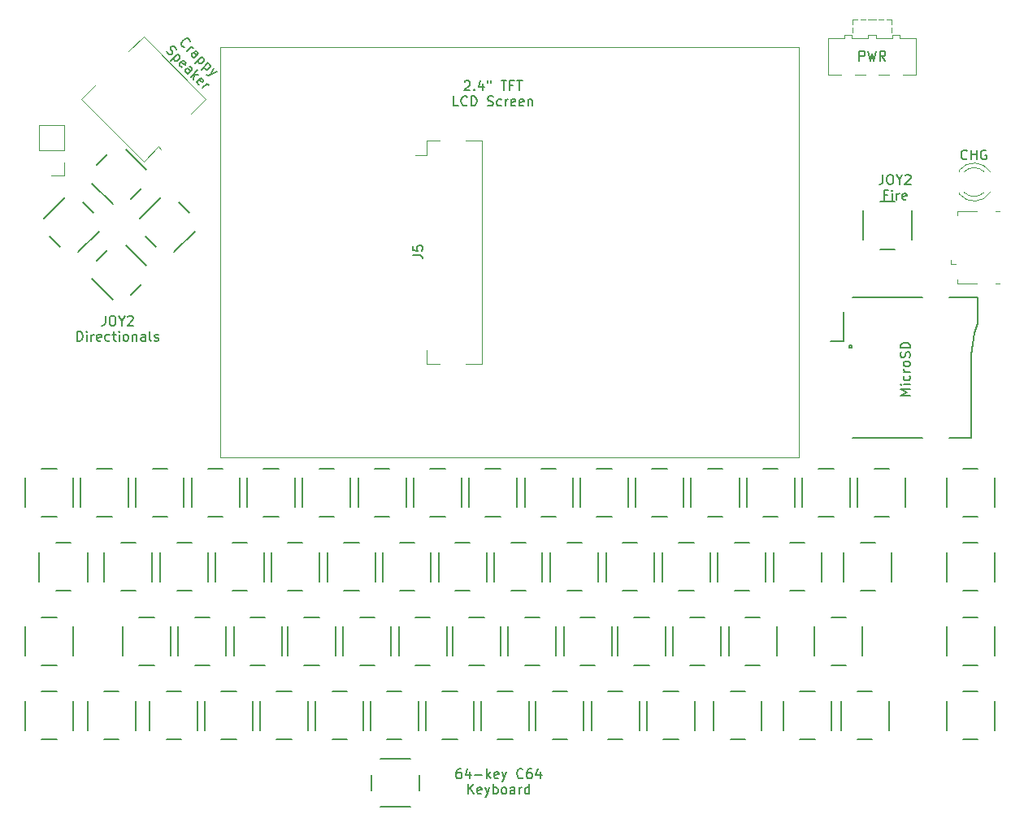
<source format=gbr>
%TF.GenerationSoftware,KiCad,Pcbnew,(6.0.0)*%
%TF.CreationDate,2022-05-08T19:44:55+10:00*%
%TF.ProjectId,paxbadge2022,70617862-6164-4676-9532-3032322e6b69,rev?*%
%TF.SameCoordinates,Original*%
%TF.FileFunction,Legend,Top*%
%TF.FilePolarity,Positive*%
%FSLAX46Y46*%
G04 Gerber Fmt 4.6, Leading zero omitted, Abs format (unit mm)*
G04 Created by KiCad (PCBNEW (6.0.0)) date 2022-05-08 19:44:55*
%MOMM*%
%LPD*%
G01*
G04 APERTURE LIST*
%ADD10C,0.150000*%
%ADD11C,0.120000*%
%ADD12C,0.127000*%
G04 APERTURE END LIST*
D10*
X127952380Y-97038095D02*
X126952380Y-97038095D01*
X127666666Y-96704761D01*
X126952380Y-96371428D01*
X127952380Y-96371428D01*
X127952380Y-95895238D02*
X127285714Y-95895238D01*
X126952380Y-95895238D02*
X127000000Y-95942857D01*
X127047619Y-95895238D01*
X127000000Y-95847619D01*
X126952380Y-95895238D01*
X127047619Y-95895238D01*
X127904761Y-94990476D02*
X127952380Y-95085714D01*
X127952380Y-95276190D01*
X127904761Y-95371428D01*
X127857142Y-95419047D01*
X127761904Y-95466666D01*
X127476190Y-95466666D01*
X127380952Y-95419047D01*
X127333333Y-95371428D01*
X127285714Y-95276190D01*
X127285714Y-95085714D01*
X127333333Y-94990476D01*
X127952380Y-94561904D02*
X127285714Y-94561904D01*
X127476190Y-94561904D02*
X127380952Y-94514285D01*
X127333333Y-94466666D01*
X127285714Y-94371428D01*
X127285714Y-94276190D01*
X127952380Y-93800000D02*
X127904761Y-93895238D01*
X127857142Y-93942857D01*
X127761904Y-93990476D01*
X127476190Y-93990476D01*
X127380952Y-93942857D01*
X127333333Y-93895238D01*
X127285714Y-93800000D01*
X127285714Y-93657142D01*
X127333333Y-93561904D01*
X127380952Y-93514285D01*
X127476190Y-93466666D01*
X127761904Y-93466666D01*
X127857142Y-93514285D01*
X127904761Y-93561904D01*
X127952380Y-93657142D01*
X127952380Y-93800000D01*
X127904761Y-93085714D02*
X127952380Y-92942857D01*
X127952380Y-92704761D01*
X127904761Y-92609523D01*
X127857142Y-92561904D01*
X127761904Y-92514285D01*
X127666666Y-92514285D01*
X127571428Y-92561904D01*
X127523809Y-92609523D01*
X127476190Y-92704761D01*
X127428571Y-92895238D01*
X127380952Y-92990476D01*
X127333333Y-93038095D01*
X127238095Y-93085714D01*
X127142857Y-93085714D01*
X127047619Y-93038095D01*
X127000000Y-92990476D01*
X126952380Y-92895238D01*
X126952380Y-92657142D01*
X127000000Y-92514285D01*
X127952380Y-92085714D02*
X126952380Y-92085714D01*
X126952380Y-91847619D01*
X127000000Y-91704761D01*
X127095238Y-91609523D01*
X127190476Y-91561904D01*
X127380952Y-91514285D01*
X127523809Y-91514285D01*
X127714285Y-91561904D01*
X127809523Y-91609523D01*
X127904761Y-91704761D01*
X127952380Y-91847619D01*
X127952380Y-92085714D01*
X125114285Y-74047380D02*
X125114285Y-74761666D01*
X125066666Y-74904523D01*
X124971428Y-74999761D01*
X124828571Y-75047380D01*
X124733333Y-75047380D01*
X125780952Y-74047380D02*
X125971428Y-74047380D01*
X126066666Y-74095000D01*
X126161904Y-74190238D01*
X126209523Y-74380714D01*
X126209523Y-74714047D01*
X126161904Y-74904523D01*
X126066666Y-74999761D01*
X125971428Y-75047380D01*
X125780952Y-75047380D01*
X125685714Y-74999761D01*
X125590476Y-74904523D01*
X125542857Y-74714047D01*
X125542857Y-74380714D01*
X125590476Y-74190238D01*
X125685714Y-74095000D01*
X125780952Y-74047380D01*
X126828571Y-74571190D02*
X126828571Y-75047380D01*
X126495238Y-74047380D02*
X126828571Y-74571190D01*
X127161904Y-74047380D01*
X127447619Y-74142619D02*
X127495238Y-74095000D01*
X127590476Y-74047380D01*
X127828571Y-74047380D01*
X127923809Y-74095000D01*
X127971428Y-74142619D01*
X128019047Y-74237857D01*
X128019047Y-74333095D01*
X127971428Y-74475952D01*
X127400000Y-75047380D01*
X128019047Y-75047380D01*
X125566666Y-76133571D02*
X125233333Y-76133571D01*
X125233333Y-76657380D02*
X125233333Y-75657380D01*
X125709523Y-75657380D01*
X126090476Y-76657380D02*
X126090476Y-75990714D01*
X126090476Y-75657380D02*
X126042857Y-75705000D01*
X126090476Y-75752619D01*
X126138095Y-75705000D01*
X126090476Y-75657380D01*
X126090476Y-75752619D01*
X126566666Y-76657380D02*
X126566666Y-75990714D01*
X126566666Y-76181190D02*
X126614285Y-76085952D01*
X126661904Y-76038333D01*
X126757142Y-75990714D01*
X126852380Y-75990714D01*
X127566666Y-76609761D02*
X127471428Y-76657380D01*
X127280952Y-76657380D01*
X127185714Y-76609761D01*
X127138095Y-76514523D01*
X127138095Y-76133571D01*
X127185714Y-76038333D01*
X127280952Y-75990714D01*
X127471428Y-75990714D01*
X127566666Y-76038333D01*
X127614285Y-76133571D01*
X127614285Y-76228809D01*
X127138095Y-76324047D01*
X81547619Y-64342619D02*
X81595238Y-64295000D01*
X81690476Y-64247380D01*
X81928571Y-64247380D01*
X82023809Y-64295000D01*
X82071428Y-64342619D01*
X82119047Y-64437857D01*
X82119047Y-64533095D01*
X82071428Y-64675952D01*
X81500000Y-65247380D01*
X82119047Y-65247380D01*
X82547619Y-65152142D02*
X82595238Y-65199761D01*
X82547619Y-65247380D01*
X82500000Y-65199761D01*
X82547619Y-65152142D01*
X82547619Y-65247380D01*
X83452380Y-64580714D02*
X83452380Y-65247380D01*
X83214285Y-64199761D02*
X82976190Y-64914047D01*
X83595238Y-64914047D01*
X83928571Y-64247380D02*
X83928571Y-64437857D01*
X84309523Y-64247380D02*
X84309523Y-64437857D01*
X85357142Y-64247380D02*
X85928571Y-64247380D01*
X85642857Y-65247380D02*
X85642857Y-64247380D01*
X86595238Y-64723571D02*
X86261904Y-64723571D01*
X86261904Y-65247380D02*
X86261904Y-64247380D01*
X86738095Y-64247380D01*
X86976190Y-64247380D02*
X87547619Y-64247380D01*
X87261904Y-65247380D02*
X87261904Y-64247380D01*
X80904761Y-66857380D02*
X80428571Y-66857380D01*
X80428571Y-65857380D01*
X81809523Y-66762142D02*
X81761904Y-66809761D01*
X81619047Y-66857380D01*
X81523809Y-66857380D01*
X81380952Y-66809761D01*
X81285714Y-66714523D01*
X81238095Y-66619285D01*
X81190476Y-66428809D01*
X81190476Y-66285952D01*
X81238095Y-66095476D01*
X81285714Y-66000238D01*
X81380952Y-65905000D01*
X81523809Y-65857380D01*
X81619047Y-65857380D01*
X81761904Y-65905000D01*
X81809523Y-65952619D01*
X82238095Y-66857380D02*
X82238095Y-65857380D01*
X82476190Y-65857380D01*
X82619047Y-65905000D01*
X82714285Y-66000238D01*
X82761904Y-66095476D01*
X82809523Y-66285952D01*
X82809523Y-66428809D01*
X82761904Y-66619285D01*
X82714285Y-66714523D01*
X82619047Y-66809761D01*
X82476190Y-66857380D01*
X82238095Y-66857380D01*
X83952380Y-66809761D02*
X84095238Y-66857380D01*
X84333333Y-66857380D01*
X84428571Y-66809761D01*
X84476190Y-66762142D01*
X84523809Y-66666904D01*
X84523809Y-66571666D01*
X84476190Y-66476428D01*
X84428571Y-66428809D01*
X84333333Y-66381190D01*
X84142857Y-66333571D01*
X84047619Y-66285952D01*
X84000000Y-66238333D01*
X83952380Y-66143095D01*
X83952380Y-66047857D01*
X84000000Y-65952619D01*
X84047619Y-65905000D01*
X84142857Y-65857380D01*
X84380952Y-65857380D01*
X84523809Y-65905000D01*
X85380952Y-66809761D02*
X85285714Y-66857380D01*
X85095238Y-66857380D01*
X85000000Y-66809761D01*
X84952380Y-66762142D01*
X84904761Y-66666904D01*
X84904761Y-66381190D01*
X84952380Y-66285952D01*
X85000000Y-66238333D01*
X85095238Y-66190714D01*
X85285714Y-66190714D01*
X85380952Y-66238333D01*
X85809523Y-66857380D02*
X85809523Y-66190714D01*
X85809523Y-66381190D02*
X85857142Y-66285952D01*
X85904761Y-66238333D01*
X86000000Y-66190714D01*
X86095238Y-66190714D01*
X86809523Y-66809761D02*
X86714285Y-66857380D01*
X86523809Y-66857380D01*
X86428571Y-66809761D01*
X86380952Y-66714523D01*
X86380952Y-66333571D01*
X86428571Y-66238333D01*
X86523809Y-66190714D01*
X86714285Y-66190714D01*
X86809523Y-66238333D01*
X86857142Y-66333571D01*
X86857142Y-66428809D01*
X86380952Y-66524047D01*
X87666666Y-66809761D02*
X87571428Y-66857380D01*
X87380952Y-66857380D01*
X87285714Y-66809761D01*
X87238095Y-66714523D01*
X87238095Y-66333571D01*
X87285714Y-66238333D01*
X87380952Y-66190714D01*
X87571428Y-66190714D01*
X87666666Y-66238333D01*
X87714285Y-66333571D01*
X87714285Y-66428809D01*
X87238095Y-66524047D01*
X88142857Y-66190714D02*
X88142857Y-66857380D01*
X88142857Y-66285952D02*
X88190476Y-66238333D01*
X88285714Y-66190714D01*
X88428571Y-66190714D01*
X88523809Y-66238333D01*
X88571428Y-66333571D01*
X88571428Y-66857380D01*
X44114285Y-88747380D02*
X44114285Y-89461666D01*
X44066666Y-89604523D01*
X43971428Y-89699761D01*
X43828571Y-89747380D01*
X43733333Y-89747380D01*
X44780952Y-88747380D02*
X44971428Y-88747380D01*
X45066666Y-88795000D01*
X45161904Y-88890238D01*
X45209523Y-89080714D01*
X45209523Y-89414047D01*
X45161904Y-89604523D01*
X45066666Y-89699761D01*
X44971428Y-89747380D01*
X44780952Y-89747380D01*
X44685714Y-89699761D01*
X44590476Y-89604523D01*
X44542857Y-89414047D01*
X44542857Y-89080714D01*
X44590476Y-88890238D01*
X44685714Y-88795000D01*
X44780952Y-88747380D01*
X45828571Y-89271190D02*
X45828571Y-89747380D01*
X45495238Y-88747380D02*
X45828571Y-89271190D01*
X46161904Y-88747380D01*
X46447619Y-88842619D02*
X46495238Y-88795000D01*
X46590476Y-88747380D01*
X46828571Y-88747380D01*
X46923809Y-88795000D01*
X46971428Y-88842619D01*
X47019047Y-88937857D01*
X47019047Y-89033095D01*
X46971428Y-89175952D01*
X46400000Y-89747380D01*
X47019047Y-89747380D01*
X41185714Y-91357380D02*
X41185714Y-90357380D01*
X41423809Y-90357380D01*
X41566666Y-90405000D01*
X41661904Y-90500238D01*
X41709523Y-90595476D01*
X41757142Y-90785952D01*
X41757142Y-90928809D01*
X41709523Y-91119285D01*
X41661904Y-91214523D01*
X41566666Y-91309761D01*
X41423809Y-91357380D01*
X41185714Y-91357380D01*
X42185714Y-91357380D02*
X42185714Y-90690714D01*
X42185714Y-90357380D02*
X42138095Y-90405000D01*
X42185714Y-90452619D01*
X42233333Y-90405000D01*
X42185714Y-90357380D01*
X42185714Y-90452619D01*
X42661904Y-91357380D02*
X42661904Y-90690714D01*
X42661904Y-90881190D02*
X42709523Y-90785952D01*
X42757142Y-90738333D01*
X42852380Y-90690714D01*
X42947619Y-90690714D01*
X43661904Y-91309761D02*
X43566666Y-91357380D01*
X43376190Y-91357380D01*
X43280952Y-91309761D01*
X43233333Y-91214523D01*
X43233333Y-90833571D01*
X43280952Y-90738333D01*
X43376190Y-90690714D01*
X43566666Y-90690714D01*
X43661904Y-90738333D01*
X43709523Y-90833571D01*
X43709523Y-90928809D01*
X43233333Y-91024047D01*
X44566666Y-91309761D02*
X44471428Y-91357380D01*
X44280952Y-91357380D01*
X44185714Y-91309761D01*
X44138095Y-91262142D01*
X44090476Y-91166904D01*
X44090476Y-90881190D01*
X44138095Y-90785952D01*
X44185714Y-90738333D01*
X44280952Y-90690714D01*
X44471428Y-90690714D01*
X44566666Y-90738333D01*
X44852380Y-90690714D02*
X45233333Y-90690714D01*
X44995238Y-90357380D02*
X44995238Y-91214523D01*
X45042857Y-91309761D01*
X45138095Y-91357380D01*
X45233333Y-91357380D01*
X45566666Y-91357380D02*
X45566666Y-90690714D01*
X45566666Y-90357380D02*
X45519047Y-90405000D01*
X45566666Y-90452619D01*
X45614285Y-90405000D01*
X45566666Y-90357380D01*
X45566666Y-90452619D01*
X46185714Y-91357380D02*
X46090476Y-91309761D01*
X46042857Y-91262142D01*
X45995238Y-91166904D01*
X45995238Y-90881190D01*
X46042857Y-90785952D01*
X46090476Y-90738333D01*
X46185714Y-90690714D01*
X46328571Y-90690714D01*
X46423809Y-90738333D01*
X46471428Y-90785952D01*
X46519047Y-90881190D01*
X46519047Y-91166904D01*
X46471428Y-91262142D01*
X46423809Y-91309761D01*
X46328571Y-91357380D01*
X46185714Y-91357380D01*
X46947619Y-90690714D02*
X46947619Y-91357380D01*
X46947619Y-90785952D02*
X46995238Y-90738333D01*
X47090476Y-90690714D01*
X47233333Y-90690714D01*
X47328571Y-90738333D01*
X47376190Y-90833571D01*
X47376190Y-91357380D01*
X48280952Y-91357380D02*
X48280952Y-90833571D01*
X48233333Y-90738333D01*
X48138095Y-90690714D01*
X47947619Y-90690714D01*
X47852380Y-90738333D01*
X48280952Y-91309761D02*
X48185714Y-91357380D01*
X47947619Y-91357380D01*
X47852380Y-91309761D01*
X47804761Y-91214523D01*
X47804761Y-91119285D01*
X47852380Y-91024047D01*
X47947619Y-90976428D01*
X48185714Y-90976428D01*
X48280952Y-90928809D01*
X48900000Y-91357380D02*
X48804761Y-91309761D01*
X48757142Y-91214523D01*
X48757142Y-90357380D01*
X49233333Y-91309761D02*
X49328571Y-91357380D01*
X49519047Y-91357380D01*
X49614285Y-91309761D01*
X49661904Y-91214523D01*
X49661904Y-91166904D01*
X49614285Y-91071666D01*
X49519047Y-91024047D01*
X49376190Y-91024047D01*
X49280952Y-90976428D01*
X49233333Y-90881190D01*
X49233333Y-90833571D01*
X49280952Y-90738333D01*
X49376190Y-90690714D01*
X49519047Y-90690714D01*
X49614285Y-90738333D01*
X133885714Y-72357142D02*
X133838095Y-72404761D01*
X133695238Y-72452380D01*
X133600000Y-72452380D01*
X133457142Y-72404761D01*
X133361904Y-72309523D01*
X133314285Y-72214285D01*
X133266666Y-72023809D01*
X133266666Y-71880952D01*
X133314285Y-71690476D01*
X133361904Y-71595238D01*
X133457142Y-71500000D01*
X133600000Y-71452380D01*
X133695238Y-71452380D01*
X133838095Y-71500000D01*
X133885714Y-71547619D01*
X134314285Y-72452380D02*
X134314285Y-71452380D01*
X134314285Y-71928571D02*
X134885714Y-71928571D01*
X134885714Y-72452380D02*
X134885714Y-71452380D01*
X135885714Y-71500000D02*
X135790476Y-71452380D01*
X135647619Y-71452380D01*
X135504761Y-71500000D01*
X135409523Y-71595238D01*
X135361904Y-71690476D01*
X135314285Y-71880952D01*
X135314285Y-72023809D01*
X135361904Y-72214285D01*
X135409523Y-72309523D01*
X135504761Y-72404761D01*
X135647619Y-72452380D01*
X135742857Y-72452380D01*
X135885714Y-72404761D01*
X135933333Y-72357142D01*
X135933333Y-72023809D01*
X135742857Y-72023809D01*
X81147619Y-135947380D02*
X80957142Y-135947380D01*
X80861904Y-135995000D01*
X80814285Y-136042619D01*
X80719047Y-136185476D01*
X80671428Y-136375952D01*
X80671428Y-136756904D01*
X80719047Y-136852142D01*
X80766666Y-136899761D01*
X80861904Y-136947380D01*
X81052380Y-136947380D01*
X81147619Y-136899761D01*
X81195238Y-136852142D01*
X81242857Y-136756904D01*
X81242857Y-136518809D01*
X81195238Y-136423571D01*
X81147619Y-136375952D01*
X81052380Y-136328333D01*
X80861904Y-136328333D01*
X80766666Y-136375952D01*
X80719047Y-136423571D01*
X80671428Y-136518809D01*
X82100000Y-136280714D02*
X82100000Y-136947380D01*
X81861904Y-135899761D02*
X81623809Y-136614047D01*
X82242857Y-136614047D01*
X82623809Y-136566428D02*
X83385714Y-136566428D01*
X83861904Y-136947380D02*
X83861904Y-135947380D01*
X83957142Y-136566428D02*
X84242857Y-136947380D01*
X84242857Y-136280714D02*
X83861904Y-136661666D01*
X85052380Y-136899761D02*
X84957142Y-136947380D01*
X84766666Y-136947380D01*
X84671428Y-136899761D01*
X84623809Y-136804523D01*
X84623809Y-136423571D01*
X84671428Y-136328333D01*
X84766666Y-136280714D01*
X84957142Y-136280714D01*
X85052380Y-136328333D01*
X85100000Y-136423571D01*
X85100000Y-136518809D01*
X84623809Y-136614047D01*
X85433333Y-136280714D02*
X85671428Y-136947380D01*
X85909523Y-136280714D02*
X85671428Y-136947380D01*
X85576190Y-137185476D01*
X85528571Y-137233095D01*
X85433333Y-137280714D01*
X87623809Y-136852142D02*
X87576190Y-136899761D01*
X87433333Y-136947380D01*
X87338095Y-136947380D01*
X87195238Y-136899761D01*
X87100000Y-136804523D01*
X87052380Y-136709285D01*
X87004761Y-136518809D01*
X87004761Y-136375952D01*
X87052380Y-136185476D01*
X87100000Y-136090238D01*
X87195238Y-135995000D01*
X87338095Y-135947380D01*
X87433333Y-135947380D01*
X87576190Y-135995000D01*
X87623809Y-136042619D01*
X88480952Y-135947380D02*
X88290476Y-135947380D01*
X88195238Y-135995000D01*
X88147619Y-136042619D01*
X88052380Y-136185476D01*
X88004761Y-136375952D01*
X88004761Y-136756904D01*
X88052380Y-136852142D01*
X88100000Y-136899761D01*
X88195238Y-136947380D01*
X88385714Y-136947380D01*
X88480952Y-136899761D01*
X88528571Y-136852142D01*
X88576190Y-136756904D01*
X88576190Y-136518809D01*
X88528571Y-136423571D01*
X88480952Y-136375952D01*
X88385714Y-136328333D01*
X88195238Y-136328333D01*
X88100000Y-136375952D01*
X88052380Y-136423571D01*
X88004761Y-136518809D01*
X89433333Y-136280714D02*
X89433333Y-136947380D01*
X89195238Y-135899761D02*
X88957142Y-136614047D01*
X89576190Y-136614047D01*
X81909523Y-138557380D02*
X81909523Y-137557380D01*
X82480952Y-138557380D02*
X82052380Y-137985952D01*
X82480952Y-137557380D02*
X81909523Y-138128809D01*
X83290476Y-138509761D02*
X83195238Y-138557380D01*
X83004761Y-138557380D01*
X82909523Y-138509761D01*
X82861904Y-138414523D01*
X82861904Y-138033571D01*
X82909523Y-137938333D01*
X83004761Y-137890714D01*
X83195238Y-137890714D01*
X83290476Y-137938333D01*
X83338095Y-138033571D01*
X83338095Y-138128809D01*
X82861904Y-138224047D01*
X83671428Y-137890714D02*
X83909523Y-138557380D01*
X84147619Y-137890714D02*
X83909523Y-138557380D01*
X83814285Y-138795476D01*
X83766666Y-138843095D01*
X83671428Y-138890714D01*
X84528571Y-138557380D02*
X84528571Y-137557380D01*
X84528571Y-137938333D02*
X84623809Y-137890714D01*
X84814285Y-137890714D01*
X84909523Y-137938333D01*
X84957142Y-137985952D01*
X85004761Y-138081190D01*
X85004761Y-138366904D01*
X84957142Y-138462142D01*
X84909523Y-138509761D01*
X84814285Y-138557380D01*
X84623809Y-138557380D01*
X84528571Y-138509761D01*
X85576190Y-138557380D02*
X85480952Y-138509761D01*
X85433333Y-138462142D01*
X85385714Y-138366904D01*
X85385714Y-138081190D01*
X85433333Y-137985952D01*
X85480952Y-137938333D01*
X85576190Y-137890714D01*
X85719047Y-137890714D01*
X85814285Y-137938333D01*
X85861904Y-137985952D01*
X85909523Y-138081190D01*
X85909523Y-138366904D01*
X85861904Y-138462142D01*
X85814285Y-138509761D01*
X85719047Y-138557380D01*
X85576190Y-138557380D01*
X86766666Y-138557380D02*
X86766666Y-138033571D01*
X86719047Y-137938333D01*
X86623809Y-137890714D01*
X86433333Y-137890714D01*
X86338095Y-137938333D01*
X86766666Y-138509761D02*
X86671428Y-138557380D01*
X86433333Y-138557380D01*
X86338095Y-138509761D01*
X86290476Y-138414523D01*
X86290476Y-138319285D01*
X86338095Y-138224047D01*
X86433333Y-138176428D01*
X86671428Y-138176428D01*
X86766666Y-138128809D01*
X87242857Y-138557380D02*
X87242857Y-137890714D01*
X87242857Y-138081190D02*
X87290476Y-137985952D01*
X87338095Y-137938333D01*
X87433333Y-137890714D01*
X87528571Y-137890714D01*
X88290476Y-138557380D02*
X88290476Y-137557380D01*
X88290476Y-138509761D02*
X88195238Y-138557380D01*
X88004761Y-138557380D01*
X87909523Y-138509761D01*
X87861904Y-138462142D01*
X87814285Y-138366904D01*
X87814285Y-138081190D01*
X87861904Y-137985952D01*
X87909523Y-137938333D01*
X88004761Y-137890714D01*
X88195238Y-137890714D01*
X88290476Y-137938333D01*
X52387663Y-60754298D02*
X52320320Y-60754298D01*
X52185633Y-60686954D01*
X52118289Y-60619611D01*
X52050946Y-60484924D01*
X52050946Y-60350237D01*
X52084618Y-60249221D01*
X52185633Y-60080863D01*
X52286648Y-59979847D01*
X52455007Y-59878832D01*
X52556022Y-59845160D01*
X52690709Y-59845160D01*
X52825396Y-59912504D01*
X52892740Y-59979847D01*
X52960083Y-60114534D01*
X52960083Y-60181878D01*
X52623366Y-61124687D02*
X53094770Y-60653282D01*
X52960083Y-60787969D02*
X53061098Y-60754298D01*
X53128442Y-60754298D01*
X53229457Y-60787969D01*
X53296801Y-60855313D01*
X53364144Y-61865466D02*
X53734533Y-61495076D01*
X53768205Y-61394061D01*
X53734533Y-61293046D01*
X53599846Y-61158359D01*
X53498831Y-61124687D01*
X53397816Y-61831794D02*
X53296801Y-61798122D01*
X53128442Y-61629763D01*
X53094770Y-61528748D01*
X53128442Y-61427733D01*
X53195785Y-61360389D01*
X53296801Y-61326717D01*
X53397816Y-61360389D01*
X53566175Y-61528748D01*
X53667190Y-61562420D01*
X54172266Y-61730779D02*
X53465159Y-62437885D01*
X54138595Y-61764450D02*
X54239610Y-61798122D01*
X54374297Y-61932809D01*
X54407969Y-62033824D01*
X54407969Y-62101168D01*
X54374297Y-62202183D01*
X54172266Y-62404214D01*
X54071251Y-62437885D01*
X54003908Y-62437885D01*
X53902892Y-62404214D01*
X53768205Y-62269527D01*
X53734533Y-62168511D01*
X54812030Y-62370542D02*
X54104923Y-63077649D01*
X54778358Y-62404214D02*
X54879373Y-62437885D01*
X55014060Y-62572572D01*
X55047732Y-62673588D01*
X55047732Y-62740931D01*
X55014060Y-62841946D01*
X54812030Y-63043977D01*
X54711014Y-63077649D01*
X54643671Y-63077649D01*
X54542656Y-63043977D01*
X54407969Y-62909290D01*
X54374297Y-62808275D01*
X55384449Y-62942962D02*
X55081404Y-63582725D01*
X55721167Y-63279679D02*
X55081404Y-63582725D01*
X54845701Y-63683740D01*
X54778358Y-63683740D01*
X54677343Y-63650068D01*
X50491607Y-61202469D02*
X50558951Y-61337156D01*
X50727309Y-61505515D01*
X50828325Y-61539186D01*
X50895668Y-61539186D01*
X50996683Y-61505515D01*
X51064027Y-61438171D01*
X51097699Y-61337156D01*
X51097699Y-61269812D01*
X51064027Y-61168797D01*
X50963012Y-61000438D01*
X50929340Y-60899423D01*
X50929340Y-60832080D01*
X50963012Y-60731064D01*
X51030355Y-60663721D01*
X51131370Y-60630049D01*
X51198714Y-60630049D01*
X51299729Y-60663721D01*
X51468088Y-60832080D01*
X51535431Y-60966767D01*
X51636447Y-61471843D02*
X50929340Y-62178950D01*
X51602775Y-61505515D02*
X51703790Y-61539186D01*
X51838477Y-61673873D01*
X51872149Y-61774889D01*
X51872149Y-61842232D01*
X51838477Y-61943247D01*
X51636447Y-62145278D01*
X51535431Y-62178950D01*
X51468088Y-62178950D01*
X51367073Y-62145278D01*
X51232386Y-62010591D01*
X51198714Y-61909576D01*
X52107851Y-62818713D02*
X52006836Y-62785041D01*
X51872149Y-62650354D01*
X51838477Y-62549339D01*
X51872149Y-62448324D01*
X52141523Y-62178950D01*
X52242538Y-62145278D01*
X52343553Y-62178950D01*
X52478240Y-62313637D01*
X52511912Y-62414652D01*
X52478240Y-62515667D01*
X52410897Y-62583011D01*
X52006836Y-62313637D01*
X52713943Y-63492148D02*
X53084332Y-63121759D01*
X53118004Y-63020743D01*
X53084332Y-62919728D01*
X52949645Y-62785041D01*
X52848630Y-62751369D01*
X52747614Y-63458476D02*
X52646599Y-63424804D01*
X52478240Y-63256446D01*
X52444569Y-63155430D01*
X52478240Y-63054415D01*
X52545584Y-62987072D01*
X52646599Y-62953400D01*
X52747614Y-62987072D01*
X52915973Y-63155430D01*
X53016988Y-63189102D01*
X53050660Y-63828865D02*
X53757767Y-63121759D01*
X53387378Y-63626835D02*
X53320034Y-64098239D01*
X53791439Y-63626835D02*
X53252691Y-63626835D01*
X53926126Y-64636987D02*
X53825110Y-64603316D01*
X53690423Y-64468629D01*
X53656752Y-64367613D01*
X53690423Y-64266598D01*
X53959797Y-63997224D01*
X54060813Y-63963552D01*
X54161828Y-63997224D01*
X54296515Y-64131911D01*
X54330187Y-64232926D01*
X54296515Y-64333942D01*
X54229171Y-64401285D01*
X53825110Y-64131911D01*
X54229171Y-65007377D02*
X54700576Y-64535972D01*
X54565889Y-64670659D02*
X54666904Y-64636987D01*
X54734248Y-64636987D01*
X54835263Y-64670659D01*
X54902606Y-64738003D01*
X122666666Y-62152380D02*
X122666666Y-61152380D01*
X123047619Y-61152380D01*
X123142857Y-61200000D01*
X123190476Y-61247619D01*
X123238095Y-61342857D01*
X123238095Y-61485714D01*
X123190476Y-61580952D01*
X123142857Y-61628571D01*
X123047619Y-61676190D01*
X122666666Y-61676190D01*
X123571428Y-61152380D02*
X123809523Y-62152380D01*
X124000000Y-61438095D01*
X124190476Y-62152380D01*
X124428571Y-61152380D01*
X125380952Y-62152380D02*
X125047619Y-61676190D01*
X124809523Y-62152380D02*
X124809523Y-61152380D01*
X125190476Y-61152380D01*
X125285714Y-61200000D01*
X125333333Y-61247619D01*
X125380952Y-61342857D01*
X125380952Y-61485714D01*
X125333333Y-61580952D01*
X125285714Y-61628571D01*
X125190476Y-61676190D01*
X124809523Y-61676190D01*
%TO.C,J5*%
X76174569Y-82408342D02*
X76888855Y-82408342D01*
X77031712Y-82455961D01*
X77126950Y-82551199D01*
X77174569Y-82694056D01*
X77174569Y-82789294D01*
X76174569Y-81455961D02*
X76174569Y-81932151D01*
X76650760Y-81979770D01*
X76603141Y-81932151D01*
X76555522Y-81836913D01*
X76555522Y-81598818D01*
X76603141Y-81503580D01*
X76650760Y-81455961D01*
X76745998Y-81408342D01*
X76984093Y-81408342D01*
X77079331Y-81455961D01*
X77126950Y-81503580D01*
X77174569Y-81598818D01*
X77174569Y-81836913D01*
X77126950Y-81932151D01*
X77079331Y-81979770D01*
D11*
%TO.C,D2*%
X133070000Y-75880000D02*
X133070000Y-76036000D01*
X133070000Y-73564000D02*
X133070000Y-73720000D01*
X133589039Y-75880000D02*
G75*
G03*
X135671130Y-75879837I1040961J1080000D01*
G01*
X135671130Y-73720163D02*
G75*
G03*
X133589039Y-73720000I-1041130J-1079837D01*
G01*
X133070000Y-76035516D02*
G75*
G03*
X136302335Y-75878608I1560000J1235516D01*
G01*
X136302335Y-73721392D02*
G75*
G03*
X133070000Y-73564484I-1672335J-1078608D01*
G01*
D12*
%TO.C,SW61*%
X95300000Y-104650000D02*
X96860000Y-104650000D01*
X93580000Y-108680000D02*
X93580000Y-105620000D01*
X98580000Y-108680000D02*
X98580000Y-105620000D01*
X95300000Y-109650000D02*
X96860000Y-109650000D01*
%TO.C,SW15*%
X107940000Y-116430000D02*
X107940000Y-113370000D01*
X109660000Y-112400000D02*
X111220000Y-112400000D01*
X109660000Y-117400000D02*
X111220000Y-117400000D01*
X112940000Y-116430000D02*
X112940000Y-113370000D01*
%TO.C,SW62*%
X110150001Y-108680000D02*
X110150001Y-105620000D01*
X106870001Y-104650000D02*
X108430001Y-104650000D01*
X105150001Y-108680000D02*
X105150001Y-105620000D01*
X106870001Y-109650000D02*
X108430001Y-109650000D01*
%TO.C,SW67*%
X46793504Y-86536426D02*
X47896590Y-85433340D01*
X44891386Y-87066756D02*
X42727640Y-84903010D01*
X43257970Y-83000892D02*
X44361056Y-81897806D01*
X48426920Y-83531222D02*
X46263174Y-81367476D01*
%TO.C,SW10*%
X51560000Y-117400000D02*
X53120000Y-117400000D01*
X54840000Y-116430000D02*
X54840000Y-113370000D01*
X49840000Y-116430000D02*
X49840000Y-113370000D01*
X51560000Y-112400000D02*
X53120000Y-112400000D01*
%TO.C,SW2*%
X53100000Y-108680000D02*
X53100000Y-105620000D01*
X54820000Y-109650000D02*
X56380000Y-109650000D01*
X54820000Y-104650000D02*
X56380000Y-104650000D01*
X58100000Y-108680000D02*
X58100000Y-105620000D01*
%TO.C,SW37*%
X88280000Y-131930000D02*
X88280000Y-128870000D01*
X85000000Y-127900000D02*
X86560000Y-127900000D01*
X85000000Y-132900000D02*
X86560000Y-132900000D01*
X83280000Y-131930000D02*
X83280000Y-128870000D01*
%TO.C,SW23*%
X103270000Y-124180000D02*
X103270000Y-121120000D01*
X108270000Y-124180000D02*
X108270000Y-121120000D01*
X104990000Y-125150000D02*
X106550000Y-125150000D01*
X104990000Y-120150000D02*
X106550000Y-120150000D01*
%TO.C,SW54*%
X102160000Y-116430000D02*
X102160000Y-113370000D01*
X103880000Y-117400000D02*
X105440000Y-117400000D01*
X107160000Y-116430000D02*
X107160000Y-113370000D01*
X103880000Y-112400000D02*
X105440000Y-112400000D01*
D11*
%TO.C,LS1*%
X46544365Y-61200253D02*
X48100000Y-59644618D01*
X48100000Y-72655382D02*
X41594618Y-66150000D01*
X48100000Y-72655382D02*
X49655635Y-71099747D01*
X48100000Y-59644618D02*
X54605382Y-66150000D01*
X41594618Y-66150000D02*
X43150253Y-64594365D01*
X53049747Y-67705635D02*
X54605382Y-66150000D01*
X49655635Y-71099747D02*
X49938478Y-71382590D01*
D12*
%TO.C,SW26*%
X42250001Y-131930000D02*
X42250001Y-128870000D01*
X47250001Y-131930000D02*
X47250001Y-128870000D01*
X43970001Y-132900000D02*
X45530001Y-132900000D01*
X43970001Y-127900000D02*
X45530001Y-127900000D01*
%TO.C,SW48*%
X133470000Y-117399999D02*
X135030000Y-117399999D01*
X136750000Y-116429999D02*
X136750000Y-113369999D01*
X133470000Y-112399999D02*
X135030000Y-112399999D01*
X131750000Y-116429999D02*
X131750000Y-113369999D01*
%TO.C,SW27*%
X59469999Y-131930000D02*
X59469999Y-128870000D01*
X56189999Y-132900000D02*
X57749999Y-132900000D01*
X56189999Y-127900000D02*
X57749999Y-127900000D01*
X54469999Y-131930000D02*
X54469999Y-128870000D01*
%TO.C,SW65*%
X122770001Y-117400000D02*
X124330001Y-117400000D01*
X122770001Y-112400000D02*
X124330001Y-112400000D01*
X126050001Y-116430000D02*
X126050001Y-113370000D01*
X121050001Y-116430000D02*
X121050001Y-113370000D01*
%TO.C,SW44*%
X74680000Y-124180000D02*
X74680000Y-121120000D01*
X76400000Y-125150000D02*
X77960000Y-125150000D01*
X76400000Y-120150000D02*
X77960000Y-120150000D01*
X79680000Y-124180000D02*
X79680000Y-121120000D01*
%TO.C,SW63*%
X118430000Y-104650000D02*
X119990000Y-104650000D01*
X118430000Y-109650000D02*
X119990000Y-109650000D01*
X121710000Y-108680000D02*
X121710000Y-105620000D01*
X116710000Y-108680000D02*
X116710000Y-105620000D01*
%TO.C,SW69*%
X48267902Y-80466224D02*
X49370988Y-81569310D01*
X51273106Y-82099640D02*
X53436852Y-79935894D01*
X47737572Y-78564106D02*
X49901318Y-76400360D01*
X51803436Y-76930690D02*
X52906522Y-78033776D01*
D11*
%TO.C,J1*%
X37170000Y-71505000D02*
X37170000Y-68905000D01*
X39830000Y-72775000D02*
X39830000Y-74105000D01*
X39830000Y-68905000D02*
X37170000Y-68905000D01*
X39830000Y-74105000D02*
X38500000Y-74105000D01*
X39830000Y-71505000D02*
X37170000Y-71505000D01*
X39830000Y-71505000D02*
X39830000Y-68905000D01*
D12*
%TO.C,SW3*%
X66380000Y-104650000D02*
X67940000Y-104650000D01*
X64660000Y-108680000D02*
X64660000Y-105620000D01*
X69660000Y-108680000D02*
X69660000Y-105620000D01*
X66380000Y-109650000D02*
X67940000Y-109650000D01*
%TO.C,SW52*%
X83840000Y-116430000D02*
X83840000Y-113370000D01*
X80560000Y-117400000D02*
X82120000Y-117400000D01*
X78840000Y-116430000D02*
X78840000Y-113370000D01*
X80560000Y-112400000D02*
X82120000Y-112400000D01*
%TO.C,SW53*%
X92220000Y-112400000D02*
X93780000Y-112400000D01*
X92220000Y-117400000D02*
X93780000Y-117400000D01*
X95500000Y-116430000D02*
X95500000Y-113370000D01*
X90500000Y-116430000D02*
X90500000Y-113370000D01*
%TO.C,SW5*%
X89520000Y-104650000D02*
X91080000Y-104650000D01*
X92800000Y-108680000D02*
X92800000Y-105620000D01*
X87800000Y-108680000D02*
X87800000Y-105620000D01*
X89520000Y-109650000D02*
X91080000Y-109650000D01*
%TO.C,SW51*%
X67280000Y-116430000D02*
X67280000Y-113370000D01*
X69000000Y-112400000D02*
X70560000Y-112400000D01*
X72280000Y-116430000D02*
X72280000Y-113370000D01*
X69000000Y-117400000D02*
X70560000Y-117400000D01*
%TO.C,SW58*%
X60600000Y-104650000D02*
X62160000Y-104650000D01*
X58880000Y-108680000D02*
X58880000Y-105620000D01*
X63880000Y-108680000D02*
X63880000Y-105620000D01*
X60600000Y-109650000D02*
X62160000Y-109650000D01*
%TO.C,SW25*%
X35750000Y-124180000D02*
X35750000Y-121120000D01*
X40750000Y-124180000D02*
X40750000Y-121120000D01*
X37470000Y-125150000D02*
X39030000Y-125150000D01*
X37470000Y-120150000D02*
X39030000Y-120150000D01*
%TO.C,SW47*%
X109050000Y-124180000D02*
X109050000Y-121120000D01*
X114050000Y-124180000D02*
X114050000Y-121120000D01*
X110770000Y-120150000D02*
X112330000Y-120150000D01*
X110770000Y-125150000D02*
X112330000Y-125150000D01*
%TO.C,SW49*%
X43999999Y-116430000D02*
X43999999Y-113370000D01*
X45719999Y-112400000D02*
X47279999Y-112400000D01*
X45719999Y-117400000D02*
X47279999Y-117400000D01*
X48999999Y-116430000D02*
X48999999Y-113370000D01*
%TO.C,SW55*%
X118720000Y-116430000D02*
X118720000Y-113370000D01*
X113720000Y-116430000D02*
X113720000Y-113370000D01*
X115440000Y-112400000D02*
X117000000Y-112400000D01*
X115440000Y-117400000D02*
X117000000Y-117400000D01*
%TO.C,SW12*%
X78060000Y-116429999D02*
X78060000Y-113369999D01*
X74780000Y-112399999D02*
X76340000Y-112399999D01*
X73060000Y-116429999D02*
X73060000Y-113369999D01*
X74780000Y-117399999D02*
X76340000Y-117399999D01*
%TO.C,SW46*%
X99210000Y-120150000D02*
X100770000Y-120150000D01*
X97490000Y-124180000D02*
X97490000Y-121120000D01*
X102490000Y-124180000D02*
X102490000Y-121120000D01*
X99210000Y-125150000D02*
X100770000Y-125150000D01*
D11*
%TO.C,J5*%
X83391863Y-70475009D02*
X83391863Y-93775009D01*
X77591863Y-71965009D02*
X77591863Y-70475009D01*
X77591863Y-70475009D02*
X78931863Y-70475009D01*
X77591863Y-71965009D02*
X76391863Y-71965009D01*
X77591863Y-92285009D02*
X77591863Y-93775009D01*
X81651863Y-70475009D02*
X83391863Y-70475009D01*
X77591863Y-93775009D02*
X78931863Y-93775009D01*
X83391863Y-93775009D02*
X81651863Y-93775009D01*
X116351800Y-103500009D02*
X56101800Y-103500009D01*
X56101800Y-103500009D02*
X56101800Y-60750009D01*
X56101800Y-60750009D02*
X116351800Y-60750009D01*
X116351800Y-60750009D02*
X116351800Y-103500009D01*
D12*
%TO.C,SW39*%
X109220000Y-132900000D02*
X110780000Y-132900000D01*
X109220000Y-127900000D02*
X110780000Y-127900000D01*
X112500000Y-131930000D02*
X112500000Y-128870000D01*
X107500000Y-131930000D02*
X107500000Y-128870000D01*
%TO.C,SW70*%
X124820000Y-76800000D02*
X126380000Y-76800000D01*
X123100000Y-80830000D02*
X123100000Y-77770000D01*
X124820000Y-81800000D02*
X126380000Y-81800000D01*
X128100000Y-80830000D02*
X128100000Y-77770000D01*
%TO.C,SW13*%
X84645001Y-116430000D02*
X84645001Y-113370000D01*
X89645001Y-116430000D02*
X89645001Y-113370000D01*
X86365001Y-117400000D02*
X87925001Y-117400000D01*
X86365001Y-112400000D02*
X87925001Y-112400000D01*
D10*
%TO.C,J6*%
X121999998Y-86800000D02*
X129199998Y-86800000D01*
X121899998Y-92100000D02*
X121899998Y-91800000D01*
X129199998Y-101500000D02*
X121999998Y-101500000D01*
X120999998Y-91350000D02*
X120999998Y-88350000D01*
X134999998Y-86800000D02*
X131999998Y-86800000D01*
X121899998Y-91800000D02*
X121599998Y-91800000D01*
X134699998Y-90550000D02*
X134999998Y-89500000D01*
X120999998Y-91350000D02*
X119699998Y-91350000D01*
X134349998Y-92800000D02*
X134499998Y-91650000D01*
X134999998Y-89500000D02*
X134999998Y-86800000D01*
X121599998Y-92100000D02*
X121899998Y-92100000D01*
X134299998Y-94150000D02*
X134349998Y-92800000D01*
X121599998Y-91800000D02*
X121599998Y-92100000D01*
X134299998Y-101500000D02*
X134299998Y-94150000D01*
X131999998Y-101500000D02*
X134299998Y-101500000D01*
X134499998Y-91650000D02*
X134699998Y-90550000D01*
D12*
%TO.C,SW6*%
X104360000Y-108680000D02*
X104360000Y-105620000D01*
X101080000Y-104650000D02*
X102640000Y-104650000D01*
X99360000Y-108680000D02*
X99360000Y-105620000D01*
X101080000Y-109650000D02*
X102640000Y-109650000D01*
%TO.C,SW16*%
X118000000Y-124180000D02*
X118000000Y-121120000D01*
X119720000Y-120150000D02*
X121280000Y-120150000D01*
X119720000Y-125150000D02*
X121280000Y-125150000D01*
X123000000Y-124180000D02*
X123000000Y-121120000D01*
%TO.C,SW60*%
X87010000Y-108680000D02*
X87010000Y-105620000D01*
X83730000Y-104650000D02*
X85290000Y-104650000D01*
X82010000Y-108680000D02*
X82010000Y-105620000D01*
X83730000Y-109650000D02*
X85290000Y-109650000D01*
%TO.C,SW28*%
X66030000Y-131930000D02*
X66030000Y-128870000D01*
X71030000Y-131930000D02*
X71030000Y-128870000D01*
X67750000Y-127900000D02*
X69310000Y-127900000D01*
X67750000Y-132900000D02*
X69310000Y-132900000D01*
%TO.C,SW40*%
X133470000Y-109650000D02*
X135030000Y-109650000D01*
X131750000Y-108680000D02*
X131750000Y-105620000D01*
X133470000Y-104650000D02*
X135030000Y-104650000D01*
X136750000Y-108680000D02*
X136750000Y-105620000D01*
%TO.C,SW32*%
X116470000Y-127900000D02*
X118030000Y-127900000D01*
X119750000Y-131930000D02*
X119750000Y-128870000D01*
X114750000Y-131930000D02*
X114750000Y-128870000D01*
X116470000Y-132900000D02*
X118030000Y-132900000D01*
%TO.C,SW34*%
X53750000Y-131930000D02*
X53750000Y-128870000D01*
X48750000Y-131930000D02*
X48750000Y-128870000D01*
X50470000Y-127900000D02*
X52030000Y-127900000D01*
X50470000Y-132900000D02*
X52030000Y-132900000D01*
%TO.C,SW29*%
X79220001Y-127900000D02*
X80780001Y-127900000D01*
X79220001Y-132900000D02*
X80780001Y-132900000D01*
X77500001Y-131930000D02*
X77500001Y-128870000D01*
X82500001Y-131930000D02*
X82500001Y-128870000D01*
%TO.C,SW66*%
X46793504Y-76560375D02*
X47896590Y-75457289D01*
X43257970Y-73024841D02*
X44361056Y-71921755D01*
X48426920Y-73555171D02*
X46263174Y-71391425D01*
X44891386Y-77090705D02*
X42727640Y-74926959D01*
%TO.C,SW59*%
X75450000Y-108680000D02*
X75450000Y-105620000D01*
X70450000Y-108680000D02*
X70450000Y-105620000D01*
X72170000Y-104650000D02*
X73730000Y-104650000D01*
X72170000Y-109650000D02*
X73730000Y-109650000D01*
D11*
%TO.C,J2*%
X132917280Y-77840000D02*
X132917280Y-78260000D01*
X132237280Y-82910000D02*
X132237280Y-83360000D01*
X132687280Y-83360000D02*
X132237280Y-83360000D01*
X137267280Y-85360000D02*
X136867280Y-85360000D01*
X132917280Y-85360000D02*
X132917280Y-84940000D01*
X134897280Y-77840000D02*
X132917280Y-77840000D01*
X136867280Y-77840000D02*
X137267280Y-77840000D01*
X134897280Y-85360000D02*
X132917280Y-85360000D01*
D12*
%TO.C,SW11*%
X66399999Y-116430000D02*
X66399999Y-113370000D01*
X63119999Y-112400000D02*
X64679999Y-112400000D01*
X63119999Y-117400000D02*
X64679999Y-117400000D01*
X61399999Y-116430000D02*
X61399999Y-113370000D01*
%TO.C,SW7*%
X112650000Y-104650000D02*
X114210000Y-104650000D01*
X112650000Y-109650000D02*
X114210000Y-109650000D01*
X110930000Y-108680000D02*
X110930000Y-105620000D01*
X115930000Y-108680000D02*
X115930000Y-105620000D01*
%TO.C,SW50*%
X55620000Y-116430000D02*
X55620000Y-113370000D01*
X57340000Y-117400000D02*
X58900000Y-117400000D01*
X60620000Y-116430000D02*
X60620000Y-113370000D01*
X57340000Y-112400000D02*
X58900000Y-112400000D01*
%TO.C,SW9*%
X40750000Y-108680000D02*
X40750000Y-105620000D01*
X35750000Y-108680000D02*
X35750000Y-105620000D01*
X37470000Y-109650000D02*
X39030000Y-109650000D01*
X37470000Y-104650000D02*
X39030000Y-104650000D01*
%TO.C,SW31*%
X102250000Y-127900000D02*
X103810000Y-127900000D01*
X100530000Y-131930000D02*
X100530000Y-128870000D01*
X105530000Y-131930000D02*
X105530000Y-128870000D01*
X102250000Y-132900000D02*
X103810000Y-132900000D01*
%TO.C,SW30*%
X88969999Y-131930000D02*
X88969999Y-128870000D01*
X93969999Y-131930000D02*
X93969999Y-128870000D01*
X90689999Y-132900000D02*
X92249999Y-132900000D01*
X90689999Y-127900000D02*
X92249999Y-127900000D01*
%TO.C,SW1*%
X43250000Y-109650000D02*
X44810000Y-109650000D01*
X41530000Y-108680000D02*
X41530000Y-105620000D01*
X43250000Y-104650000D02*
X44810000Y-104650000D01*
X46530000Y-108680000D02*
X46530000Y-105620000D01*
D11*
%TO.C,SW72*%
X126000000Y-57900000D02*
X126000000Y-58400000D01*
X126000000Y-59200000D02*
X126000000Y-59200000D01*
X122000000Y-57900000D02*
X122000000Y-58400000D01*
X128600000Y-59800000D02*
X128600000Y-63600000D01*
X122200000Y-63600000D02*
X123300000Y-63600000D01*
X126900000Y-59800000D02*
X128600000Y-59800000D01*
X122000000Y-57900000D02*
X122500000Y-57900000D01*
X126100000Y-59800000D02*
X126100000Y-59500000D01*
X125500000Y-57900000D02*
X125500000Y-57900000D01*
X122000000Y-59200000D02*
X122000000Y-59200000D01*
X121100000Y-59800000D02*
X121100000Y-59500000D01*
X121100000Y-59500000D02*
X121900000Y-59500000D01*
X126000000Y-57900000D02*
X125500000Y-57900000D01*
X126000000Y-58700000D02*
X126000000Y-59200000D01*
X124700000Y-63600000D02*
X125800000Y-63600000D01*
X128600000Y-59800000D02*
X128600000Y-59800000D01*
X126000000Y-58400000D02*
X126000000Y-58400000D01*
X119400000Y-59800000D02*
X121100000Y-59800000D01*
X123600000Y-59500000D02*
X124400000Y-59500000D01*
X128600000Y-63600000D02*
X127200000Y-63600000D01*
X123600000Y-57900000D02*
X124400000Y-57900000D01*
X124700000Y-57900000D02*
X124700000Y-57900000D01*
X122000000Y-58700000D02*
X122000000Y-59200000D01*
X126900000Y-59500000D02*
X126900000Y-59800000D01*
X123300000Y-63600000D02*
X123300000Y-63600000D01*
X124400000Y-57900000D02*
X124400000Y-57900000D01*
X125800000Y-63600000D02*
X125800000Y-63600000D01*
X123600000Y-59800000D02*
X123600000Y-59500000D01*
X120800000Y-63600000D02*
X119400000Y-63600000D01*
X124400000Y-59500000D02*
X124400000Y-59800000D01*
X126100000Y-59500000D02*
X126900000Y-59500000D01*
X123300000Y-57900000D02*
X123300000Y-57900000D01*
X125200000Y-57900000D02*
X124700000Y-57900000D01*
X124400000Y-59800000D02*
X126100000Y-59800000D01*
X122500000Y-57900000D02*
X122500000Y-57900000D01*
X119400000Y-63600000D02*
X119400000Y-59800000D01*
X121900000Y-59800000D02*
X123600000Y-59800000D01*
X122000000Y-58400000D02*
X122000000Y-58400000D01*
X121900000Y-59500000D02*
X121900000Y-59800000D01*
X122800000Y-57900000D02*
X123300000Y-57900000D01*
D12*
%TO.C,SW38*%
X99750001Y-131930000D02*
X99750001Y-128870000D01*
X94750001Y-131930000D02*
X94750001Y-128870000D01*
X96470001Y-132900000D02*
X98030001Y-132900000D01*
X96470001Y-127900000D02*
X98030001Y-127900000D01*
%TO.C,SW8*%
X124220000Y-104650000D02*
X125780000Y-104650000D01*
X122500000Y-108680000D02*
X122500000Y-105620000D01*
X124220000Y-109650000D02*
X125780000Y-109650000D01*
X127500000Y-108680000D02*
X127500000Y-105620000D01*
%TO.C,SW56*%
X133470000Y-120150000D02*
X135030000Y-120150000D01*
X136750000Y-124180000D02*
X136750000Y-121120000D01*
X131750000Y-124180000D02*
X131750000Y-121120000D01*
X133470000Y-125150000D02*
X135030000Y-125150000D01*
%TO.C,SW35*%
X61970001Y-132900000D02*
X63530001Y-132900000D01*
X61970001Y-127900000D02*
X63530001Y-127900000D01*
X65250001Y-131930000D02*
X65250001Y-128870000D01*
X60250001Y-131930000D02*
X60250001Y-128870000D01*
%TO.C,SW45*%
X87809999Y-125150000D02*
X89369999Y-125150000D01*
X87809999Y-120150000D02*
X89369999Y-120150000D01*
X86089999Y-124180000D02*
X86089999Y-121120000D01*
X91089999Y-124180000D02*
X91089999Y-121120000D01*
%TO.C,SW22*%
X91870001Y-124180000D02*
X91870001Y-121120000D01*
X93590001Y-125150000D02*
X95150001Y-125150000D01*
X93590001Y-120150000D02*
X95150001Y-120150000D01*
X96870001Y-124180000D02*
X96870001Y-121120000D01*
%TO.C,SW18*%
X45940000Y-124180000D02*
X45940000Y-121120000D01*
X47660000Y-120150000D02*
X49220000Y-120150000D01*
X47660000Y-125150000D02*
X49220000Y-125150000D01*
X50940000Y-124180000D02*
X50940000Y-121120000D01*
%TO.C,SW68*%
X39373118Y-81569310D02*
X38270032Y-80466224D01*
X43438982Y-79935894D02*
X41275236Y-82099640D01*
X42908652Y-78033776D02*
X41805566Y-76930690D01*
X39903448Y-76400360D02*
X37739702Y-78564106D01*
%TO.C,SW20*%
X68900000Y-124180000D02*
X68900000Y-121120000D01*
X70620000Y-125150000D02*
X72180000Y-125150000D01*
X73900000Y-124180000D02*
X73900000Y-121120000D01*
X70620000Y-120150000D02*
X72180000Y-120150000D01*
%TO.C,SW64*%
X133470000Y-132900001D02*
X135030000Y-132900001D01*
X133470000Y-127900001D02*
X135030000Y-127900001D01*
X131750000Y-131930001D02*
X131750000Y-128870001D01*
X136750000Y-131930001D02*
X136750000Y-128870001D01*
%TO.C,SW14*%
X98000000Y-112400000D02*
X99560000Y-112400000D01*
X96280000Y-116430000D02*
X96280000Y-113370000D01*
X101280000Y-116430000D02*
X101280000Y-113370000D01*
X98000000Y-117400000D02*
X99560000Y-117400000D01*
%TO.C,SW36*%
X73439999Y-127900000D02*
X74999999Y-127900000D01*
X73439999Y-132900000D02*
X74999999Y-132900000D01*
X76719999Y-131930000D02*
X76719999Y-128870000D01*
X71719999Y-131930000D02*
X71719999Y-128870000D01*
%TO.C,SW33*%
X75860000Y-139900000D02*
X72800000Y-139900000D01*
X76830000Y-138180000D02*
X76830000Y-136620000D01*
X71830000Y-138180000D02*
X71830000Y-136620000D01*
X75860000Y-134900000D02*
X72800000Y-134900000D01*
%TO.C,SW41*%
X40750000Y-131930001D02*
X40750000Y-128870001D01*
X37470000Y-132900001D02*
X39030000Y-132900001D01*
X35750000Y-131930001D02*
X35750000Y-128870001D01*
X37470000Y-127900001D02*
X39030000Y-127900001D01*
%TO.C,SW4*%
X76230000Y-108679999D02*
X76230000Y-105619999D01*
X81230000Y-108679999D02*
X81230000Y-105619999D01*
X77950000Y-104649999D02*
X79510000Y-104649999D01*
X77950000Y-109649999D02*
X79510000Y-109649999D01*
%TO.C,SW42*%
X53440000Y-120150000D02*
X55000000Y-120150000D01*
X51720000Y-124180000D02*
X51720000Y-121120000D01*
X53440000Y-125150000D02*
X55000000Y-125150000D01*
X56720000Y-124180000D02*
X56720000Y-121120000D01*
%TO.C,SW19*%
X57499999Y-124180000D02*
X57499999Y-121120000D01*
X59219999Y-120150000D02*
X60779999Y-120150000D01*
X59219999Y-125150000D02*
X60779999Y-125150000D01*
X62499999Y-124180000D02*
X62499999Y-121120000D01*
%TO.C,SW17*%
X38970000Y-112400000D02*
X40530000Y-112400000D01*
X38970000Y-117400000D02*
X40530000Y-117400000D01*
X37250000Y-116430000D02*
X37250000Y-113370000D01*
X42250000Y-116430000D02*
X42250000Y-113370000D01*
%TO.C,SW43*%
X63120001Y-124180000D02*
X63120001Y-121120000D01*
X64840001Y-120150000D02*
X66400001Y-120150000D01*
X64840001Y-125150000D02*
X66400001Y-125150000D01*
X68120001Y-124180000D02*
X68120001Y-121120000D01*
%TO.C,SW21*%
X82030000Y-120150000D02*
X83590000Y-120150000D01*
X80310000Y-124180000D02*
X80310000Y-121120000D01*
X82030000Y-125150000D02*
X83590000Y-125150000D01*
X85310000Y-124180000D02*
X85310000Y-121120000D01*
%TO.C,SW57*%
X49040000Y-104649999D02*
X50600000Y-104649999D01*
X49040000Y-109649999D02*
X50600000Y-109649999D01*
X47320000Y-108679999D02*
X47320000Y-105619999D01*
X52320000Y-108679999D02*
X52320000Y-105619999D01*
%TO.C,SW24*%
X122470000Y-132900000D02*
X124030000Y-132900000D01*
X120750000Y-131930000D02*
X120750000Y-128870000D01*
X125750000Y-131930000D02*
X125750000Y-128870000D01*
X122470000Y-127900000D02*
X124030000Y-127900000D01*
%TD*%
M02*

</source>
